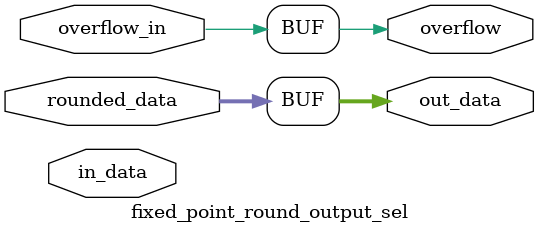
<source format=sv>
module fixed_point_round #(
    parameter IN_WIDTH = 16,
    parameter OUT_WIDTH = 8
)(
    input  wire [IN_WIDTH-1:0] in_data,
    output wire [OUT_WIDTH-1:0] out_data,
    output wire                 overflow
);

    wire [OUT_WIDTH-1:0] rounded_data;
    wire                 round_overflow;

    // Rounding Core: Handles rounding and overflow detection when OUT_WIDTH < IN_WIDTH
    fixed_point_round_core #(
        .IN_WIDTH(IN_WIDTH),
        .OUT_WIDTH(OUT_WIDTH)
    ) u_core (
        .in_data      (in_data),
        .rounded_data (rounded_data),
        .overflow     (round_overflow)
    );

    // Output Selector: Selects between extended or rounded data based on width relationship
    fixed_point_round_output_sel #(
        .IN_WIDTH(IN_WIDTH),
        .OUT_WIDTH(OUT_WIDTH)
    ) u_output_sel (
        .in_data      (in_data),
        .rounded_data (rounded_data),
        .overflow_in  (round_overflow),
        .out_data     (out_data),
        .overflow     (overflow)
    );

endmodule

// Submodule: Core Rounding and Overflow Detection
// Performs rounding and overflow detection when output is narrower than input
module fixed_point_round_core #(
    parameter IN_WIDTH = 16,
    parameter OUT_WIDTH = 8
)(
    input  wire [IN_WIDTH-1:0] in_data,
    output wire [OUT_WIDTH-1:0] rounded_data,
    output wire                 overflow
);
    generate
        if (OUT_WIDTH < IN_WIDTH) begin : gen_round
            wire round_bit;
            assign round_bit = in_data[IN_WIDTH-OUT_WIDTH-1];
            wire [OUT_WIDTH:0] add_operand;
            wire [OUT_WIDTH:0] sub_operand;
            wire [OUT_WIDTH:0] sub_operand_inverted;
            wire [OUT_WIDTH:0] sum_result;
            wire carry_in;
            wire [OUT_WIDTH:0] conditionally_inverted_b;

            // Operand A: {1'b0, in_data[IN_WIDTH-1:IN_WIDTH-OUT_WIDTH]}
            assign add_operand = {1'b0, in_data[IN_WIDTH-1:IN_WIDTH-OUT_WIDTH]};
            // Operand B: round_bit
            assign sub_operand = { {OUT_WIDTH{1'b0}}, round_bit };

            // Conditional inversion for subtraction using conditional negation algorithm
            assign sub_operand_inverted = sub_operand ^ {OUT_WIDTH+1{round_bit}};
            assign carry_in = round_bit;

            // Conditional adder/subtractor: add_operand + (sub_operand ^ {OUT_WIDTH+1{round_bit}}) + round_bit
            assign sum_result = add_operand + sub_operand_inverted + carry_in;

            assign rounded_data = sum_result[OUT_WIDTH-1:0];
            assign overflow     = sum_result[OUT_WIDTH] != sum_result[OUT_WIDTH-1];
        end else begin : gen_no_round
            assign rounded_data = {OUT_WIDTH{1'b0}};
            assign overflow     = 1'b0;
        end
    endgenerate
endmodule

// Submodule: Output Selector and Data Extension
// Selects correct output and overflow based on input/output width relationship
module fixed_point_round_output_sel #(
    parameter IN_WIDTH = 16,
    parameter OUT_WIDTH = 8
)(
    input  wire [IN_WIDTH-1:0]  in_data,
    input  wire [OUT_WIDTH-1:0] rounded_data,
    input  wire                 overflow_in,
    output reg  [OUT_WIDTH-1:0] out_data,
    output reg                  overflow
);
    always @* begin
        if (OUT_WIDTH >= IN_WIDTH) begin
            // Output is wider or equal: Sign-extend input, no overflow
            out_data  = {{(OUT_WIDTH-IN_WIDTH){in_data[IN_WIDTH-1]}}, in_data};
            overflow  = 1'b0;
        end else begin
            // Output is narrower: Use rounded value and overflow from core
            out_data  = rounded_data;
            overflow  = overflow_in;
        end
    end
endmodule
</source>
